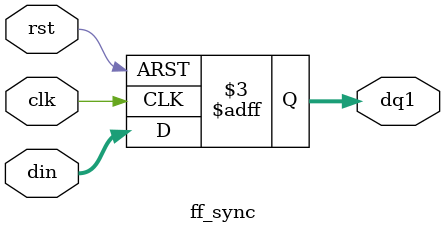
<source format=sv>
module ff_sync #(parameter SIZE = 4)( 
    output logic [SIZE-1:0] dq1,   // Output of the second flip-flop
    input logic [SIZE-1:0] din,       // Input data
    input logic clk, rst            // Clock and reset
    );

 //   logic [SIZE -1 :0] dq1; // Output of the first flip-flop

    always @(posedge clk or negedge rst) begin
        if (!rst) begin
//           	dq2<=0;
		dq1<=0;       // Reset the FIFO
		end
        else begin 
 		{dq1} <= {din};
            	//dq1 <= din;
		//dq2 <= dq1;  // Shift the data
		end	   
 	end 

endmodule


</source>
